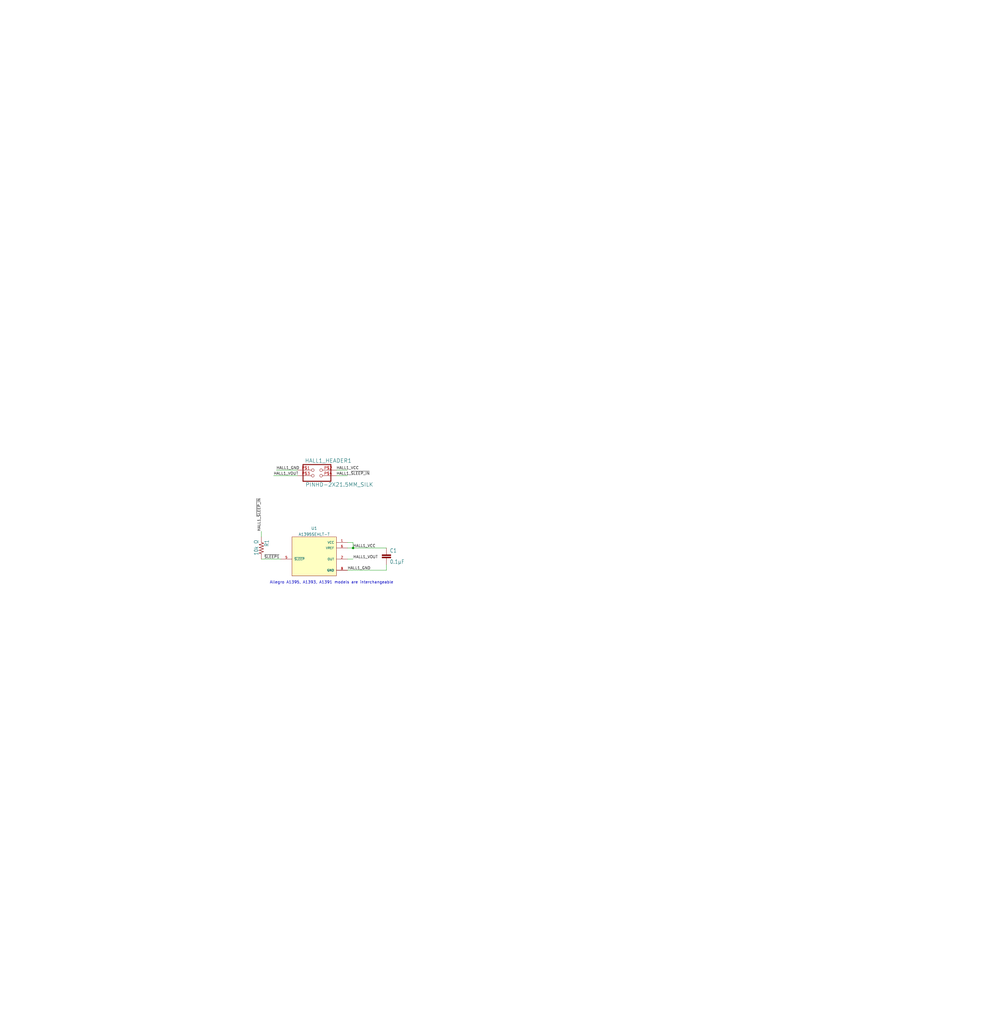
<source format=kicad_sch>
(kicad_sch (version 20230121) (generator eeschema)
  (paper "User" 452.679 467.563)
  (lib_symbols
    (symbol "A1395SEHLT-T:A1395SEHLT-T" (pin_names (offset 1.016))
      (property "Reference" "U" (at -10.16 8.382 0))
      (property "Value" "A1395SEHLT-T" (at -10.16 -12.7 0))
      (symbol "A1395SEHLT-T_0_0"
        (rectangle (start -10.16 -10.16) (end 10.16 7.62) (stroke (width 0.1524)) (fill (type background)))
        (pin power_in line (at 15.24 5.08 180) (length 5.08) (name "VCC") (number "1"))
        (pin output line (at 15.24 -2.54 180) (length 5.08) (name "OUT") (number "2"))
        (pin power_in line (at 15.24 -7.62 180) (length 5.08) (name "GND") (number "3"))
        (pin power_in line (at 15.24 -7.62 180) (length 5.08) (name "GND") (number "4"))
        (pin input line (at -15.24 -2.54 0) (length 5.08) (name "~{SLEEP}") (number "5"))
        (pin power_in line (at 15.24 2.54 180) (length 5.08) (name "VREF") (number "6"))
      )
    )
    (symbol "MusselGapeTracker_RevE-eagle-import:CAP0603"
      (property "Reference" "C" (at 1.524 2.921 0))
      (property "Value" "CAP0603" (at 1.524 -2.159 0))
      (symbol "CAP0603_1_0"
        (rectangle (start -2.032 0.508) (end 2.032 1.016) (fill (type outline)))
        (rectangle (start -2.032 1.524) (end 2.032 2.032) (fill (type outline)))
        (polyline (pts (xy 0 0) (xy 0 0.508)) (stroke (width 0.1524)))
        (polyline (pts (xy 0 2.54) (xy 0 2.032)) (stroke (width 0.1524)))
        (pin passive line (at 0 5.08 270) (length 2.54) (name "1") (number "1"))
        (pin passive line (at 0 -2.54 90) (length 2.54) (name "2") (number "2"))
      )
    )
    (symbol "MusselGapeTracker_RevE-eagle-import:PINHD-2X21.5MM_SILK"
      (property "Value" "PINHD-2X21.5MM_SILK" (at -4.064 -5.08 0))
      (symbol "PINHD-2X21.5MM_SILK_1_0"
        (polyline (pts (xy -5.08 -2.54) (xy 7.62 -2.54)) (stroke (width 0.4064)))
        (polyline (pts (xy -5.08 5.08) (xy -5.08 -2.54)) (stroke (width 0.4064)))
        (polyline (pts (xy 7.62 -2.54) (xy 7.62 5.08)) (stroke (width 0.4064)))
        (polyline (pts (xy 7.62 5.08) (xy -5.08 5.08)) (stroke (width 0.4064)))
        (pin passive inverted (at -7.62 2.54 0) (length 7.62) (name "1") (number "P$1"))
        (pin passive inverted (at 10.16 2.54 180) (length 7.62) (name "2") (number "P$2"))
        (pin passive inverted (at -7.62 0 0) (length 7.62) (name "3") (number "P$3"))
        (pin passive inverted (at 10.16 0 180) (length 7.62) (name "4") (number "P$4"))
      )
    )
    (symbol "MusselGapeTracker_RevE-eagle-import:RESISTOR_SMDR0603"
      (property "Reference" "R" (at -3.81 1.4986 0))
      (property "Value" "RESISTOR_SMDR0603" (at -3.81 -3.302 0))
      (symbol "RESISTOR_SMDR0603_1_0"
        (polyline (pts (xy -2.54 0) (xy -2.159 1.016)) (stroke (width 0.2032)))
        (polyline (pts (xy -2.159 1.016) (xy -1.524 -1.016)) (stroke (width 0.2032)))
        (polyline (pts (xy -1.524 -1.016) (xy -0.889 1.016)) (stroke (width 0.2032)))
        (polyline (pts (xy -0.889 1.016) (xy -0.254 -1.016)) (stroke (width 0.2032)))
        (polyline (pts (xy -0.254 -1.016) (xy 0.381 1.016)) (stroke (width 0.2032)))
        (polyline (pts (xy 0.381 1.016) (xy 1.016 -1.016)) (stroke (width 0.2032)))
        (polyline (pts (xy 1.016 -1.016) (xy 1.651 1.016)) (stroke (width 0.2032)))
        (polyline (pts (xy 1.651 1.016) (xy 2.286 -1.016)) (stroke (width 0.2032)))
        (polyline (pts (xy 2.286 -1.016) (xy 2.54 0)) (stroke (width 0.2032)))
        (pin passive line (at -5.08 0 0) (length 2.54) (name "1") (number "1"))
        (pin passive line (at 5.08 0 180) (length 2.54) (name "2") (number "2"))
      )
    )
  )
  (junction (at 161.29 250.19))
  (wire (pts (xy 161.29 250.19) (xy 176.53 250.19)))
  (wire (pts (xy 158.75 260.35) (xy 176.53 260.35)))
  (wire (pts (xy 176.53 260.35) (xy 176.53 257.81)))
  (wire (pts (xy 153.67 217.17) (xy 158.75 217.17)))
  (wire (pts (xy 158.75 255.27) (xy 161.29 255.27)))
  (wire (pts (xy 126.238 214.63) (xy 135.89 214.63)))
  (wire (pts (xy 124.968 217.17) (xy 135.89 217.17)))
  (wire (pts (xy 153.67 214.63) (xy 158.75 214.63)))
  (wire (pts (xy 161.29 247.65) (xy 161.29 250.19)))
  (wire (pts (xy 158.75 250.19) (xy 161.29 250.19)))
  (wire (pts (xy 119.38 242.57) (xy 119.38 245.11)))
  (wire (pts (xy 119.38 255.27) (xy 128.27 255.27)))
  (wire (pts (xy 158.75 247.65) (xy 161.29 247.65)))
  (text "Allegro A1395, A1393, A1391 models are interchangeable" (at 123.19 266.7 0) (effects (font (size 1.27 1.27)) (justify left bottom)))
  (label "HALL1_VCC" (at 161.29 250.19 0) (effects (font (size 1.2446 1.2446))))
  (label "HALL1_VOUT" (at 161.29 255.27 0) (effects (font (size 1.2446 1.2446))))
  (label "HALL1_GND" (at 126.238 214.63 0) (effects (font (size 1.2446 1.2446))))
  (label "HALL1_~{SLEEP_IN}" (at 153.67 217.17 0) (effects (font (size 1.2446 1.2446))))
  (label "HALL1_~{SLEEP_IN}" (at 119.38 242.57 90) (effects (font (size 1.2446 1.2446))))
  (label "~{SLEEP1}" (at 120.65 255.27 0) (effects (font (size 1.2446 1.2446))))
  (label "HALL1_GND" (at 158.75 260.35 0) (effects (font (size 1.2446 1.2446))))
  (label "HALL1_VOUT" (at 124.968 217.17 0) (effects (font (size 1.2446 1.2446))))
  (label "HALL1_VCC" (at 153.67 214.63 0) (effects (font (size 1.2446 1.2446))))
  (symbol (lib_id "A1395SEHLT-T:A1395SEHLT-T") (at 143.51 252.73 0) (unit 1)
    (property "Reference" "U1" (at 143.51 241.1943 0))
    (property "Value" "A1395SEHLT-T" (at 143.51 243.9694 0))
    (property "Footprint" "A1395SEHLT-T:SENSOR_A1395SEHLT-T" (effects hide))
    (property "MANUFACTURER" "Allegro Microsystems" (effects hide))
    (property "STANDARD" "Manufacturer Recommendation" (effects hide))
    (property "PARTREV" "7" (effects hide))
  )
  (symbol (lib_id "MusselGapeTracker_RevE-eagle-import:CAP0603") (at 176.53 255.27 0) (unit 1)
    (property "Reference" "C1" (at 178.054 252.349 0) (effects (font (size 1.778 1.5113)) (justify left bottom)))
    (property "Value" "0.1µF" (at 178.054 257.429 0) (effects (font (size 1.778 1.5113)) (justify left bottom)))
    (property "Footprint" "Capacitor_SMD:C_0603_1608Metric" (effects hide))
  )
  (symbol (lib_id "MusselGapeTracker_RevE-eagle-import:PINHD-2X21.5MM_SILK") (at 143.51 217.17 0) (unit 1)
    (property "Reference" "HALL1_HEADER1" (at 139.192 211.328 0) (effects (font (size 1.778 1.778)) (justify left bottom)))
    (property "Value" "PINHD-2X21.5MM_SILK" (at 139.446 222.25 0) (effects (font (size 1.778 1.778)) (justify left bottom)))
    (property "Footprint" "MusselGapeTracker_RevE:2X2_1.5MM" (effects hide))
  )
  (symbol (lib_id "MusselGapeTracker_RevE-eagle-import:RESISTOR_SMDR0603") (at 119.38 250.19 270) (unit 1)
    (property "Reference" "R1" (at 120.8786 246.38 0) (effects (font (size 1.778 1.5113)) (justify left bottom)))
    (property "Value" "10k Ω" (at 116.078 246.38 0) (effects (font (size 1.778 1.5113)) (justify left bottom)))
    (property "Footprint" "Resistor_SMD:R_0603_1608Metric" (effects hide))
  )
)
</source>
